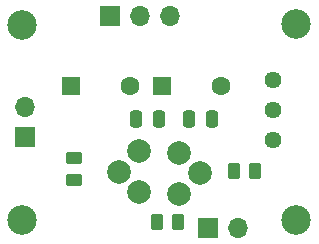
<source format=gbr>
G04 #@! TF.GenerationSoftware,KiCad,Pcbnew,(6.0.4)*
G04 #@! TF.CreationDate,2022-04-19T23:10:38+02:00*
G04 #@! TF.ProjectId,Wt_rnik_oscyloskopowy_JFET,5774f372-6e69-46b5-9f6f-7363796c6f73,rev?*
G04 #@! TF.SameCoordinates,Original*
G04 #@! TF.FileFunction,Soldermask,Bot*
G04 #@! TF.FilePolarity,Negative*
%FSLAX46Y46*%
G04 Gerber Fmt 4.6, Leading zero omitted, Abs format (unit mm)*
G04 Created by KiCad (PCBNEW (6.0.4)) date 2022-04-19 23:10:38*
%MOMM*%
%LPD*%
G01*
G04 APERTURE LIST*
G04 Aperture macros list*
%AMRoundRect*
0 Rectangle with rounded corners*
0 $1 Rounding radius*
0 $2 $3 $4 $5 $6 $7 $8 $9 X,Y pos of 4 corners*
0 Add a 4 corners polygon primitive as box body*
4,1,4,$2,$3,$4,$5,$6,$7,$8,$9,$2,$3,0*
0 Add four circle primitives for the rounded corners*
1,1,$1+$1,$2,$3*
1,1,$1+$1,$4,$5*
1,1,$1+$1,$6,$7*
1,1,$1+$1,$8,$9*
0 Add four rect primitives between the rounded corners*
20,1,$1+$1,$2,$3,$4,$5,0*
20,1,$1+$1,$4,$5,$6,$7,0*
20,1,$1+$1,$6,$7,$8,$9,0*
20,1,$1+$1,$8,$9,$2,$3,0*%
G04 Aperture macros list end*
%ADD10C,2.500000*%
%ADD11R,1.700000X1.700000*%
%ADD12O,1.700000X1.700000*%
%ADD13C,1.440000*%
%ADD14R,1.600000X1.600000*%
%ADD15C,1.600000*%
%ADD16C,2.000000*%
%ADD17RoundRect,0.250000X-0.262500X-0.450000X0.262500X-0.450000X0.262500X0.450000X-0.262500X0.450000X0*%
%ADD18RoundRect,0.250000X0.450000X-0.262500X0.450000X0.262500X-0.450000X0.262500X-0.450000X-0.262500X0*%
%ADD19RoundRect,0.250000X-0.250000X-0.475000X0.250000X-0.475000X0.250000X0.475000X-0.250000X0.475000X0*%
%ADD20RoundRect,0.250000X0.250000X0.475000X-0.250000X0.475000X-0.250000X-0.475000X0.250000X-0.475000X0*%
G04 APERTURE END LIST*
D10*
G04 #@! TO.C,REF\u002A\u002A*
X103200000Y-73200000D03*
G04 #@! TD*
D11*
G04 #@! TO.C,J1*
X110600000Y-72400000D03*
D12*
X113140000Y-72400000D03*
X115680000Y-72400000D03*
G04 #@! TD*
D13*
G04 #@! TO.C,RV1*
X124400000Y-82900000D03*
X124400000Y-80360000D03*
X124400000Y-77820000D03*
G04 #@! TD*
D14*
G04 #@! TO.C,C4*
X115000000Y-78400000D03*
D15*
X120000000Y-78400000D03*
G04 #@! TD*
D14*
G04 #@! TO.C,C1*
X107300000Y-78400000D03*
D15*
X112300000Y-78400000D03*
G04 #@! TD*
D10*
G04 #@! TO.C,REF\u002A\u002A*
X126400000Y-89700000D03*
G04 #@! TD*
G04 #@! TO.C,REF\u002A\u002A*
X103200000Y-89700000D03*
G04 #@! TD*
D16*
G04 #@! TO.C,Q1*
X113060000Y-87370000D03*
X111360000Y-85670000D03*
X113060000Y-83870000D03*
G04 #@! TD*
D10*
G04 #@! TO.C,REF\u002A\u002A*
X126400000Y-73100000D03*
G04 #@! TD*
D11*
G04 #@! TO.C,J2*
X103400000Y-82675000D03*
D12*
X103400000Y-80135000D03*
G04 #@! TD*
D16*
G04 #@! TO.C,Q2*
X116500000Y-84050000D03*
X118200000Y-85750000D03*
X116500000Y-87550000D03*
G04 #@! TD*
D11*
G04 #@! TO.C,J3*
X118900000Y-90400000D03*
D12*
X121440000Y-90400000D03*
G04 #@! TD*
D17*
G04 #@! TO.C,R3*
X121087500Y-85600000D03*
X122912500Y-85600000D03*
G04 #@! TD*
G04 #@! TO.C,R2*
X114587500Y-89900000D03*
X116412500Y-89900000D03*
G04 #@! TD*
D18*
G04 #@! TO.C,R1*
X107600000Y-86312500D03*
X107600000Y-84487500D03*
G04 #@! TD*
D19*
G04 #@! TO.C,C2*
X112850000Y-81200000D03*
X114750000Y-81200000D03*
G04 #@! TD*
D20*
G04 #@! TO.C,C3*
X119250000Y-81200000D03*
X117350000Y-81200000D03*
G04 #@! TD*
M02*

</source>
